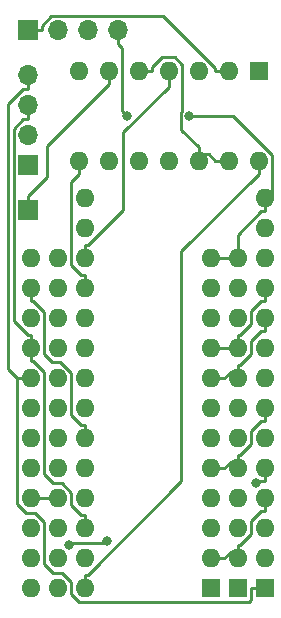
<source format=gtl>
G04 #@! TF.GenerationSoftware,KiCad,Pcbnew,(6.0.5)*
G04 #@! TF.CreationDate,2023-11-13T21:27:11+01:00*
G04 #@! TF.ProjectId,kicad-c128-byte-wide-color-ram,6b696361-642d-4633-9132-382d62797465,1.1*
G04 #@! TF.SameCoordinates,Original*
G04 #@! TF.FileFunction,Copper,L1,Top*
G04 #@! TF.FilePolarity,Positive*
%FSLAX46Y46*%
G04 Gerber Fmt 4.6, Leading zero omitted, Abs format (unit mm)*
G04 Created by KiCad (PCBNEW (6.0.5)) date 2023-11-13 21:27:11*
%MOMM*%
%LPD*%
G01*
G04 APERTURE LIST*
G04 #@! TA.AperFunction,ComponentPad*
%ADD10R,1.600000X1.600000*%
G04 #@! TD*
G04 #@! TA.AperFunction,ComponentPad*
%ADD11O,1.600000X1.600000*%
G04 #@! TD*
G04 #@! TA.AperFunction,ComponentPad*
%ADD12R,1.700000X1.700000*%
G04 #@! TD*
G04 #@! TA.AperFunction,ComponentPad*
%ADD13O,1.700000X1.700000*%
G04 #@! TD*
G04 #@! TA.AperFunction,ViaPad*
%ADD14C,0.800000*%
G04 #@! TD*
G04 #@! TA.AperFunction,Conductor*
%ADD15C,0.250000*%
G04 #@! TD*
G04 APERTURE END LIST*
D10*
X126497000Y-68453000D03*
D11*
X123957000Y-68453000D03*
X121417000Y-68453000D03*
X118877000Y-68453000D03*
X116337000Y-68453000D03*
X113797000Y-68453000D03*
X111257000Y-68453000D03*
X111257000Y-76073000D03*
X113797000Y-76073000D03*
X116337000Y-76073000D03*
X118877000Y-76073000D03*
X121417000Y-76073000D03*
X123957000Y-76073000D03*
X126497000Y-76073000D03*
D12*
X106934000Y-76444000D03*
D13*
X106934000Y-73904000D03*
X106934000Y-71364000D03*
X106934000Y-68824000D03*
D12*
X106944000Y-65024000D03*
D13*
X109484000Y-65024000D03*
X112024000Y-65024000D03*
X114564000Y-65024000D03*
D12*
X106934000Y-80264000D03*
D10*
X124719000Y-112268000D03*
D11*
X124719000Y-109728000D03*
X124719000Y-107188000D03*
X124719000Y-104648000D03*
X124719000Y-102108000D03*
X124719000Y-99568000D03*
X124719000Y-97028000D03*
X124719000Y-94488000D03*
X124719000Y-91948000D03*
X124719000Y-89408000D03*
X124719000Y-86868000D03*
X124719000Y-84328000D03*
X109479000Y-84328000D03*
X109479000Y-86868000D03*
X109479000Y-89408000D03*
X109479000Y-91948000D03*
X109479000Y-94488000D03*
X109479000Y-97028000D03*
X109479000Y-99568000D03*
X109479000Y-102108000D03*
X109479000Y-104648000D03*
X109479000Y-107188000D03*
X109479000Y-109728000D03*
X109479000Y-112268000D03*
D10*
X122433000Y-112268000D03*
D11*
X122433000Y-109728000D03*
X122433000Y-107188000D03*
X122433000Y-104648000D03*
X122433000Y-102108000D03*
X122433000Y-99568000D03*
X122433000Y-97028000D03*
X122433000Y-94488000D03*
X122433000Y-91948000D03*
X122433000Y-89408000D03*
X122433000Y-86868000D03*
X122433000Y-84328000D03*
X107193000Y-84328000D03*
X107193000Y-86868000D03*
X107193000Y-89408000D03*
X107193000Y-91948000D03*
X107193000Y-94488000D03*
X107193000Y-97028000D03*
X107193000Y-99568000D03*
X107193000Y-102108000D03*
X107193000Y-104648000D03*
X107193000Y-107188000D03*
X107193000Y-109728000D03*
X107193000Y-112268000D03*
D10*
X127010000Y-112258000D03*
D11*
X127010000Y-109718000D03*
X127010000Y-107178000D03*
X127010000Y-104638000D03*
X127010000Y-102098000D03*
X127010000Y-99558000D03*
X127010000Y-97018000D03*
X127010000Y-94478000D03*
X127010000Y-91938000D03*
X127010000Y-89398000D03*
X127010000Y-86858000D03*
X127010000Y-84318000D03*
X127010000Y-81778000D03*
X127010000Y-79238000D03*
X111770000Y-79238000D03*
X111770000Y-81778000D03*
X111770000Y-84318000D03*
X111770000Y-86858000D03*
X111770000Y-89398000D03*
X111770000Y-91938000D03*
X111770000Y-94478000D03*
X111770000Y-97018000D03*
X111770000Y-99558000D03*
X111770000Y-102098000D03*
X111770000Y-104638000D03*
X111770000Y-107178000D03*
X111770000Y-109718000D03*
X111770000Y-112258000D03*
D14*
X120630800Y-72304900D03*
X126255500Y-103349300D03*
X115343000Y-72303100D03*
X113656900Y-108274600D03*
X110470700Y-108611800D03*
D15*
X110619500Y-77837400D02*
X111257000Y-77199900D01*
X110619500Y-84862300D02*
X110619500Y-77837400D01*
X111488300Y-85731100D02*
X110619500Y-84862300D01*
X111770000Y-85731100D02*
X111488300Y-85731100D01*
X111770000Y-86858000D02*
X111770000Y-85731100D01*
X111257000Y-76073000D02*
X111257000Y-77199900D01*
X111770000Y-84318000D02*
X111770000Y-83191100D01*
X118877000Y-68453000D02*
X118877000Y-69579900D01*
X118877000Y-69797100D02*
X118877000Y-69579900D01*
X115018900Y-73655200D02*
X118877000Y-69797100D01*
X115018900Y-80223900D02*
X115018900Y-73655200D01*
X112051700Y-83191100D02*
X115018900Y-80223900D01*
X111770000Y-83191100D02*
X112051700Y-83191100D01*
X119959700Y-83737200D02*
X126497000Y-77199900D01*
X119959700Y-103223100D02*
X119959700Y-83737200D01*
X112051700Y-111131100D02*
X119959700Y-103223100D01*
X111770000Y-111131100D02*
X112051700Y-111131100D01*
X111770000Y-112258000D02*
X111770000Y-111131100D01*
X126497000Y-76073000D02*
X126497000Y-77199900D01*
X107193000Y-104648000D02*
X109479000Y-104648000D01*
X127010000Y-79238000D02*
X127010000Y-79801400D01*
X127010000Y-79801400D02*
X127010000Y-80364900D01*
X124355800Y-72304900D02*
X120630800Y-72304900D01*
X127643400Y-75592500D02*
X124355800Y-72304900D01*
X127643400Y-79168000D02*
X127643400Y-75592500D01*
X127010000Y-79801400D02*
X127643400Y-79168000D01*
X124719000Y-82374200D02*
X124719000Y-84328000D01*
X126728300Y-80364900D02*
X124719000Y-82374200D01*
X127010000Y-80364900D02*
X126728300Y-80364900D01*
X122433000Y-84328000D02*
X123559900Y-84328000D01*
X124719000Y-84328000D02*
X123559900Y-84328000D01*
X124932000Y-90821100D02*
X124719000Y-90821100D01*
X125883100Y-89870000D02*
X124932000Y-90821100D01*
X125883100Y-88830000D02*
X125883100Y-89870000D01*
X126728200Y-87984900D02*
X125883100Y-88830000D01*
X127010000Y-87984900D02*
X126728200Y-87984900D01*
X127010000Y-86858000D02*
X127010000Y-87984900D01*
X124719000Y-91948000D02*
X124719000Y-90821100D01*
X122433000Y-91948000D02*
X124719000Y-91948000D01*
X127010000Y-89398000D02*
X127010000Y-90524900D01*
X126728200Y-90524900D02*
X127010000Y-90524900D01*
X125883100Y-91370000D02*
X126728200Y-90524900D01*
X125883100Y-92430500D02*
X125883100Y-91370000D01*
X124952500Y-93361100D02*
X125883100Y-92430500D01*
X124719000Y-93361100D02*
X124952500Y-93361100D01*
X124719000Y-94488000D02*
X124719000Y-93924500D01*
X124719000Y-93924500D02*
X124719000Y-93361100D01*
X124123400Y-93924500D02*
X123559900Y-94488000D01*
X124719000Y-93924500D02*
X124123400Y-93924500D01*
X122433000Y-94488000D02*
X123559900Y-94488000D01*
X124952500Y-100981100D02*
X124719000Y-100981100D01*
X125883100Y-100050500D02*
X124952500Y-100981100D01*
X125883100Y-98990000D02*
X125883100Y-100050500D01*
X126728200Y-98144900D02*
X125883100Y-98990000D01*
X127010000Y-98144900D02*
X126728200Y-98144900D01*
X127010000Y-97018000D02*
X127010000Y-98144900D01*
X124719000Y-102108000D02*
X124719000Y-101544500D01*
X124719000Y-101544500D02*
X124719000Y-100981100D01*
X124123400Y-101544500D02*
X123559900Y-102108000D01*
X124719000Y-101544500D02*
X124123400Y-101544500D01*
X122433000Y-102108000D02*
X123559900Y-102108000D01*
X127010000Y-102098000D02*
X127010000Y-103224900D01*
X126379900Y-103224900D02*
X127010000Y-103224900D01*
X126255500Y-103349300D02*
X126379900Y-103224900D01*
X124952500Y-108601100D02*
X124719000Y-108601100D01*
X125883100Y-107670500D02*
X124952500Y-108601100D01*
X125883100Y-106610000D02*
X125883100Y-107670500D01*
X126728200Y-105764900D02*
X125883100Y-106610000D01*
X127010000Y-105764900D02*
X126728200Y-105764900D01*
X127010000Y-104638000D02*
X127010000Y-105764900D01*
X124719000Y-109728000D02*
X124719000Y-109164500D01*
X124719000Y-109164500D02*
X124719000Y-108601100D01*
X124123400Y-109164500D02*
X123559900Y-109728000D01*
X124719000Y-109164500D02*
X124123400Y-109164500D01*
X122433000Y-109728000D02*
X123559900Y-109728000D01*
X114923900Y-71884000D02*
X115343000Y-72303100D01*
X114923900Y-66560800D02*
X114923900Y-71884000D01*
X114564000Y-66200900D02*
X114923900Y-66560800D01*
X114564000Y-65024000D02*
X114564000Y-66200900D01*
X122830100Y-68219500D02*
X122830100Y-68453000D01*
X118438100Y-63827500D02*
X122830100Y-68219500D01*
X108949600Y-63827500D02*
X118438100Y-63827500D01*
X108120900Y-64656200D02*
X108949600Y-63827500D01*
X108120900Y-65024000D02*
X108120900Y-64656200D01*
X106944000Y-65024000D02*
X108120900Y-65024000D01*
X123957000Y-68453000D02*
X122830100Y-68453000D01*
X106934000Y-80264000D02*
X106934000Y-79087100D01*
X113797000Y-68453000D02*
X113797000Y-69579900D01*
X108567500Y-77453600D02*
X106934000Y-79087100D01*
X108567500Y-74809300D02*
X108567500Y-77453600D01*
X108567600Y-74809300D02*
X108567500Y-74809300D01*
X113797000Y-69579900D02*
X108567600Y-74809300D01*
X116337000Y-68453000D02*
X117463900Y-68453000D01*
X121417000Y-76073000D02*
X121417000Y-75509500D01*
X121417000Y-75509500D02*
X121417000Y-74946100D01*
X122266600Y-75509500D02*
X122830100Y-76073000D01*
X121417000Y-75509500D02*
X122266600Y-75509500D01*
X123957000Y-76073000D02*
X122830100Y-76073000D01*
X119903900Y-73433000D02*
X121417000Y-74946100D01*
X119903900Y-72003900D02*
X119903900Y-73433000D01*
X120025400Y-71882400D02*
X119903900Y-72003900D01*
X120025400Y-67945700D02*
X120025400Y-71882400D01*
X119395700Y-67316000D02*
X120025400Y-67945700D01*
X118319200Y-67316000D02*
X119395700Y-67316000D01*
X117463900Y-68171300D02*
X118319200Y-67316000D01*
X117463900Y-68453000D02*
X117463900Y-68171300D01*
X106934000Y-68824000D02*
X106934000Y-70000900D01*
X107193000Y-94488000D02*
X106066100Y-94488000D01*
X105291500Y-93713400D02*
X106066100Y-94488000D01*
X105291500Y-71277600D02*
X105291500Y-93713400D01*
X106568200Y-70000900D02*
X105291500Y-71277600D01*
X106934000Y-70000900D02*
X106568200Y-70000900D01*
X127010000Y-112258000D02*
X125883100Y-112258000D01*
X106066100Y-105174300D02*
X106066100Y-94488000D01*
X106809800Y-105918000D02*
X106066100Y-105174300D01*
X107552000Y-105918000D02*
X106809800Y-105918000D01*
X108336000Y-106702000D02*
X107552000Y-105918000D01*
X108336000Y-110238900D02*
X108336000Y-106702000D01*
X109077500Y-110980400D02*
X108336000Y-110238900D01*
X109819100Y-110980400D02*
X109077500Y-110980400D01*
X110619500Y-111780800D02*
X109819100Y-110980400D01*
X110619500Y-112760300D02*
X110619500Y-111780800D01*
X111279400Y-113420200D02*
X110619500Y-112760300D01*
X125706900Y-113420200D02*
X111279400Y-113420200D01*
X125883100Y-113244000D02*
X125706900Y-113420200D01*
X125883100Y-112258000D02*
X125883100Y-113244000D01*
X106568200Y-72540900D02*
X106934000Y-72540900D01*
X105743400Y-73365700D02*
X106568200Y-72540900D01*
X105743400Y-89607600D02*
X105743400Y-73365700D01*
X106956900Y-90821100D02*
X105743400Y-89607600D01*
X107193000Y-90821100D02*
X106956900Y-90821100D01*
X107193000Y-91948000D02*
X107193000Y-90821100D01*
X106934000Y-71364000D02*
X106934000Y-72540900D01*
X107426500Y-93074900D02*
X107193000Y-93074900D01*
X108336000Y-93984400D02*
X107426500Y-93074900D01*
X108336000Y-102618900D02*
X108336000Y-93984400D01*
X109077500Y-103360400D02*
X108336000Y-102618900D01*
X109819100Y-103360400D02*
X109077500Y-103360400D01*
X110643100Y-104184400D02*
X109819100Y-103360400D01*
X110643100Y-105206000D02*
X110643100Y-104184400D01*
X111488200Y-106051100D02*
X110643100Y-105206000D01*
X111770000Y-106051100D02*
X111488200Y-106051100D01*
X111770000Y-107178000D02*
X111770000Y-106051100D01*
X107193000Y-91948000D02*
X107193000Y-93074900D01*
X113483500Y-108448000D02*
X113656900Y-108274600D01*
X110634500Y-108448000D02*
X113483500Y-108448000D01*
X110470700Y-108611800D02*
X110634500Y-108448000D01*
X107426500Y-87994900D02*
X107193000Y-87994900D01*
X108336000Y-88904400D02*
X107426500Y-87994900D01*
X108336000Y-92407400D02*
X108336000Y-88904400D01*
X109026000Y-93097400D02*
X108336000Y-92407400D01*
X109716100Y-93097400D02*
X109026000Y-93097400D01*
X110643100Y-94024400D02*
X109716100Y-93097400D01*
X110643100Y-97586000D02*
X110643100Y-94024400D01*
X111488200Y-98431100D02*
X110643100Y-97586000D01*
X111770000Y-98431100D02*
X111488200Y-98431100D01*
X111770000Y-99558000D02*
X111770000Y-98431100D01*
X107193000Y-86868000D02*
X107193000Y-87994900D01*
M02*

</source>
